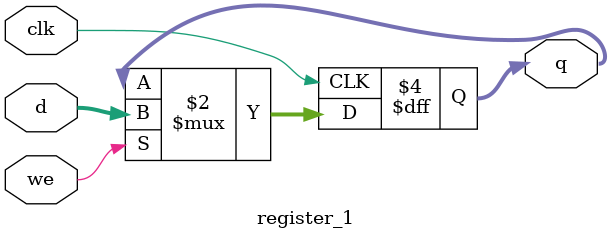
<source format=v>
module register_1 (clk, we, d, q);
   input [31:0] d;
   input 	clk;
   input 	we;
   output [31:0] q;
   wire 	 clk;
   wire 	 we;
   wire [31:0] 	 d;
   reg [31:0] 	 q;
   always @ (posedge clk)
     if (we) q <= d;
endmodule
</source>
